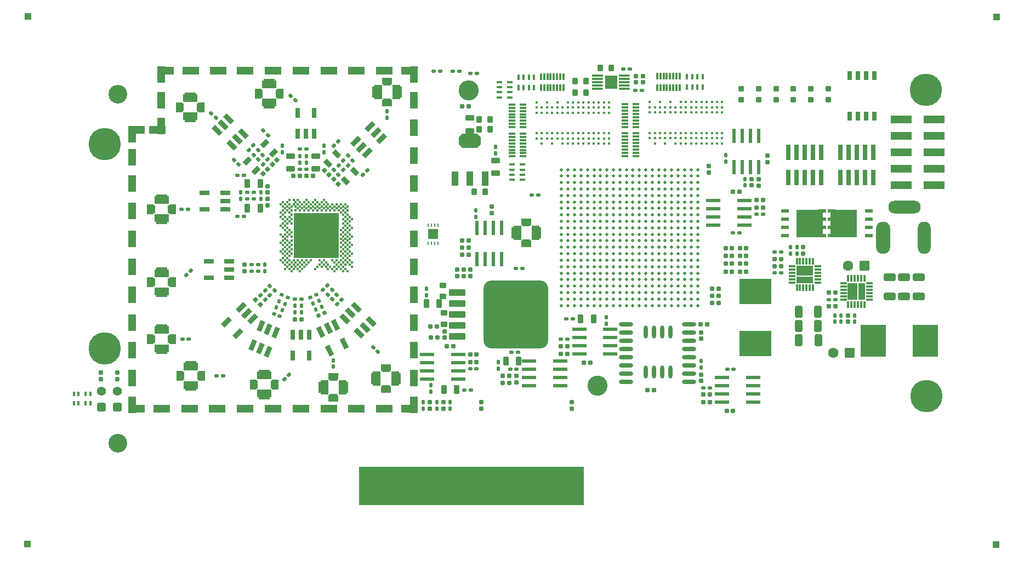
<source format=gts>
G04 Layer_Color=8388736*
%FSLAX44Y44*%
%MOMM*%
G71*
G01*
G75*
G04:AMPARAMS|DCode=18|XSize=0.6mm|YSize=0.6mm|CornerRadius=0.06mm|HoleSize=0mm|Usage=FLASHONLY|Rotation=0.000|XOffset=0mm|YOffset=0mm|HoleType=Round|Shape=RoundedRectangle|*
%AMROUNDEDRECTD18*
21,1,0.6000,0.4800,0,0,0.0*
21,1,0.4800,0.6000,0,0,0.0*
1,1,0.1200,0.2400,-0.2400*
1,1,0.1200,-0.2400,-0.2400*
1,1,0.1200,-0.2400,0.2400*
1,1,0.1200,0.2400,0.2400*
%
%ADD18ROUNDEDRECTD18*%
G04:AMPARAMS|DCode=19|XSize=0.5mm|YSize=0.6mm|CornerRadius=0.05mm|HoleSize=0mm|Usage=FLASHONLY|Rotation=0.000|XOffset=0mm|YOffset=0mm|HoleType=Round|Shape=RoundedRectangle|*
%AMROUNDEDRECTD19*
21,1,0.5000,0.5000,0,0,0.0*
21,1,0.4000,0.6000,0,0,0.0*
1,1,0.1000,0.2000,-0.2500*
1,1,0.1000,-0.2000,-0.2500*
1,1,0.1000,-0.2000,0.2500*
1,1,0.1000,0.2000,0.2500*
%
%ADD19ROUNDEDRECTD19*%
G04:AMPARAMS|DCode=20|XSize=0.6mm|YSize=0.6mm|CornerRadius=0.06mm|HoleSize=0mm|Usage=FLASHONLY|Rotation=270.000|XOffset=0mm|YOffset=0mm|HoleType=Round|Shape=RoundedRectangle|*
%AMROUNDEDRECTD20*
21,1,0.6000,0.4800,0,0,270.0*
21,1,0.4800,0.6000,0,0,270.0*
1,1,0.1200,-0.2400,-0.2400*
1,1,0.1200,-0.2400,0.2400*
1,1,0.1200,0.2400,0.2400*
1,1,0.1200,0.2400,-0.2400*
%
%ADD20ROUNDEDRECTD20*%
G04:AMPARAMS|DCode=21|XSize=0.8mm|YSize=0.8mm|CornerRadius=0.1mm|HoleSize=0mm|Usage=FLASHONLY|Rotation=90.000|XOffset=0mm|YOffset=0mm|HoleType=Round|Shape=RoundedRectangle|*
%AMROUNDEDRECTD21*
21,1,0.8000,0.6000,0,0,90.0*
21,1,0.6000,0.8000,0,0,90.0*
1,1,0.2000,0.3000,0.3000*
1,1,0.2000,0.3000,-0.3000*
1,1,0.2000,-0.3000,-0.3000*
1,1,0.2000,-0.3000,0.3000*
%
%ADD21ROUNDEDRECTD21*%
G04:AMPARAMS|DCode=22|XSize=0.7mm|YSize=0.4mm|CornerRadius=0.05mm|HoleSize=0mm|Usage=FLASHONLY|Rotation=270.000|XOffset=0mm|YOffset=0mm|HoleType=Round|Shape=RoundedRectangle|*
%AMROUNDEDRECTD22*
21,1,0.7000,0.3000,0,0,270.0*
21,1,0.6000,0.4000,0,0,270.0*
1,1,0.1000,-0.1500,-0.3000*
1,1,0.1000,-0.1500,0.3000*
1,1,0.1000,0.1500,0.3000*
1,1,0.1000,0.1500,-0.3000*
%
%ADD22ROUNDEDRECTD22*%
%ADD23R,0.9500X0.4000*%
%ADD26R,0.4000X0.9500*%
%ADD27C,0.4500*%
%ADD28R,0.7500X2.4000*%
G04:AMPARAMS|DCode=29|XSize=0.5mm|YSize=0.6mm|CornerRadius=0.05mm|HoleSize=0mm|Usage=FLASHONLY|Rotation=90.000|XOffset=0mm|YOffset=0mm|HoleType=Round|Shape=RoundedRectangle|*
%AMROUNDEDRECTD29*
21,1,0.5000,0.5000,0,0,90.0*
21,1,0.4000,0.6000,0,0,90.0*
1,1,0.1000,0.2500,0.2000*
1,1,0.1000,0.2500,-0.2000*
1,1,0.1000,-0.2500,-0.2000*
1,1,0.1000,-0.2500,0.2000*
%
%ADD29ROUNDEDRECTD29*%
G04:AMPARAMS|DCode=30|XSize=1.3mm|YSize=0.8mm|CornerRadius=0.1mm|HoleSize=0mm|Usage=FLASHONLY|Rotation=90.000|XOffset=0mm|YOffset=0mm|HoleType=Round|Shape=RoundedRectangle|*
%AMROUNDEDRECTD30*
21,1,1.3000,0.6000,0,0,90.0*
21,1,1.1000,0.8000,0,0,90.0*
1,1,0.2000,0.3000,0.5500*
1,1,0.2000,0.3000,-0.5500*
1,1,0.2000,-0.3000,-0.5500*
1,1,0.2000,-0.3000,0.5500*
%
%ADD30ROUNDEDRECTD30*%
%ADD31R,2.2000X0.5500*%
%ADD36R,0.5500X2.2000*%
G04:AMPARAMS|DCode=37|XSize=1.8mm|YSize=1.15mm|CornerRadius=0.1437mm|HoleSize=0mm|Usage=FLASHONLY|Rotation=0.000|XOffset=0mm|YOffset=0mm|HoleType=Round|Shape=RoundedRectangle|*
%AMROUNDEDRECTD37*
21,1,1.8000,0.8625,0,0,0.0*
21,1,1.5125,1.1500,0,0,0.0*
1,1,0.2875,0.7562,-0.4313*
1,1,0.2875,-0.7562,-0.4313*
1,1,0.2875,-0.7562,0.4313*
1,1,0.2875,0.7562,0.4313*
%
%ADD37ROUNDEDRECTD37*%
G04:AMPARAMS|DCode=38|XSize=1.8mm|YSize=1.15mm|CornerRadius=0.1437mm|HoleSize=0mm|Usage=FLASHONLY|Rotation=270.000|XOffset=0mm|YOffset=0mm|HoleType=Round|Shape=RoundedRectangle|*
%AMROUNDEDRECTD38*
21,1,1.8000,0.8625,0,0,270.0*
21,1,1.5125,1.1500,0,0,270.0*
1,1,0.2875,-0.4313,-0.7562*
1,1,0.2875,-0.4313,0.7562*
1,1,0.2875,0.4313,0.7562*
1,1,0.2875,0.4313,-0.7562*
%
%ADD38ROUNDEDRECTD38*%
%ADD39R,3.2004X1.2700*%
%ADD40R,4.0500X4.3000*%
%ADD41R,1.2000X0.5000*%
%ADD42R,5.0000X4.0000*%
%ADD43O,2.2000X0.6000*%
G04:AMPARAMS|DCode=44|XSize=1mm|YSize=0.9mm|CornerRadius=0.1125mm|HoleSize=0mm|Usage=FLASHONLY|Rotation=0.000|XOffset=0mm|YOffset=0mm|HoleType=Round|Shape=RoundedRectangle|*
%AMROUNDEDRECTD44*
21,1,1.0000,0.6750,0,0,0.0*
21,1,0.7750,0.9000,0,0,0.0*
1,1,0.2250,0.3875,-0.3375*
1,1,0.2250,-0.3875,-0.3375*
1,1,0.2250,-0.3875,0.3375*
1,1,0.2250,0.3875,0.3375*
%
%ADD44ROUNDEDRECTD44*%
G04:AMPARAMS|DCode=45|XSize=1mm|YSize=0.9mm|CornerRadius=0.1125mm|HoleSize=0mm|Usage=FLASHONLY|Rotation=270.000|XOffset=0mm|YOffset=0mm|HoleType=Round|Shape=RoundedRectangle|*
%AMROUNDEDRECTD45*
21,1,1.0000,0.6750,0,0,270.0*
21,1,0.7750,0.9000,0,0,270.0*
1,1,0.2250,-0.3375,-0.3875*
1,1,0.2250,-0.3375,0.3875*
1,1,0.2250,0.3375,0.3875*
1,1,0.2250,0.3375,-0.3875*
%
%ADD45ROUNDEDRECTD45*%
G04:AMPARAMS|DCode=46|XSize=1.3mm|YSize=0.8mm|CornerRadius=0.1mm|HoleSize=0mm|Usage=FLASHONLY|Rotation=180.000|XOffset=0mm|YOffset=0mm|HoleType=Round|Shape=RoundedRectangle|*
%AMROUNDEDRECTD46*
21,1,1.3000,0.6000,0,0,180.0*
21,1,1.1000,0.8000,0,0,180.0*
1,1,0.2000,-0.5500,0.3000*
1,1,0.2000,0.5500,0.3000*
1,1,0.2000,0.5500,-0.3000*
1,1,0.2000,-0.5500,-0.3000*
%
%ADD46ROUNDEDRECTD46*%
%ADD47R,1.0000X2.2000*%
G04:AMPARAMS|DCode=48|XSize=2.2mm|YSize=3.4mm|CornerRadius=0mm|HoleSize=0mm|Usage=FLASHONLY|Rotation=90.000|XOffset=0mm|YOffset=0mm|HoleType=Round|Shape=Octagon|*
%AMOCTAGOND48*
4,1,8,-1.7000,-0.5500,-1.7000,0.5500,-1.1500,1.1000,1.1500,1.1000,1.7000,0.5500,1.7000,-0.5500,1.1500,-1.1000,-1.1500,-1.1000,-1.7000,-0.5500,0.0*
%
%ADD48OCTAGOND48*%

%ADD49R,0.8000X1.4000*%
G04:AMPARAMS|DCode=50|XSize=1.6mm|YSize=1.9mm|CornerRadius=0.2mm|HoleSize=0mm|Usage=FLASHONLY|Rotation=180.000|XOffset=0mm|YOffset=0mm|HoleType=Round|Shape=RoundedRectangle|*
%AMROUNDEDRECTD50*
21,1,1.6000,1.5000,0,0,180.0*
21,1,1.2000,1.9000,0,0,180.0*
1,1,0.4000,-0.6000,0.7500*
1,1,0.4000,0.6000,0.7500*
1,1,0.4000,0.6000,-0.7500*
1,1,0.4000,-0.6000,-0.7500*
%
%ADD50ROUNDEDRECTD50*%
%ADD53R,2.6000X1.3000*%
%ADD54R,1.3000X2.6000*%
%ADD55R,0.2500X0.6250*%
%ADD56R,1.6000X1.6000*%
G04:AMPARAMS|DCode=57|XSize=2.5mm|YSize=1.1mm|CornerRadius=0.1375mm|HoleSize=0mm|Usage=FLASHONLY|Rotation=180.000|XOffset=0mm|YOffset=0mm|HoleType=Round|Shape=RoundedRectangle|*
%AMROUNDEDRECTD57*
21,1,2.5000,0.8250,0,0,180.0*
21,1,2.2250,1.1000,0,0,180.0*
1,1,0.2750,-1.1125,0.4125*
1,1,0.2750,1.1125,0.4125*
1,1,0.2750,1.1125,-0.4125*
1,1,0.2750,-1.1125,-0.4125*
%
%ADD57ROUNDEDRECTD57*%
G04:AMPARAMS|DCode=58|XSize=10mm|YSize=10.5mm|CornerRadius=1.25mm|HoleSize=0mm|Usage=FLASHONLY|Rotation=180.000|XOffset=0mm|YOffset=0mm|HoleType=Round|Shape=RoundedRectangle|*
%AMROUNDEDRECTD58*
21,1,10.0000,8.0000,0,0,180.0*
21,1,7.5000,10.5000,0,0,180.0*
1,1,2.5000,-3.7500,4.0000*
1,1,2.5000,3.7500,4.0000*
1,1,2.5000,3.7500,-4.0000*
1,1,2.5000,-3.7500,-4.0000*
%
%ADD58ROUNDEDRECTD58*%
G04:AMPARAMS|DCode=63|XSize=1.3mm|YSize=0.8mm|CornerRadius=0.1mm|HoleSize=0mm|Usage=FLASHONLY|Rotation=225.000|XOffset=0mm|YOffset=0mm|HoleType=Round|Shape=RoundedRectangle|*
%AMROUNDEDRECTD63*
21,1,1.3000,0.6000,0,0,225.0*
21,1,1.1000,0.8000,0,0,225.0*
1,1,0.2000,-0.6010,-0.1768*
1,1,0.2000,0.1768,0.6010*
1,1,0.2000,0.6010,0.1768*
1,1,0.2000,-0.1768,-0.6010*
%
%ADD63ROUNDEDRECTD63*%
G04:AMPARAMS|DCode=64|XSize=1.3mm|YSize=0.8mm|CornerRadius=0.1mm|HoleSize=0mm|Usage=FLASHONLY|Rotation=135.000|XOffset=0mm|YOffset=0mm|HoleType=Round|Shape=RoundedRectangle|*
%AMROUNDEDRECTD64*
21,1,1.3000,0.6000,0,0,135.0*
21,1,1.1000,0.8000,0,0,135.0*
1,1,0.2000,-0.1768,0.6010*
1,1,0.2000,0.6010,-0.1768*
1,1,0.2000,0.1768,-0.6010*
1,1,0.2000,-0.6010,0.1768*
%
%ADD64ROUNDEDRECTD64*%
G04:AMPARAMS|DCode=65|XSize=0.5mm|YSize=0.6mm|CornerRadius=0.05mm|HoleSize=0mm|Usage=FLASHONLY|Rotation=247.500|XOffset=0mm|YOffset=0mm|HoleType=Round|Shape=RoundedRectangle|*
%AMROUNDEDRECTD65*
21,1,0.5000,0.5000,0,0,247.5*
21,1,0.4000,0.6000,0,0,247.5*
1,1,0.1000,-0.3075,-0.0891*
1,1,0.1000,-0.1544,0.2804*
1,1,0.1000,0.3075,0.0891*
1,1,0.1000,0.1544,-0.2804*
%
%ADD65ROUNDEDRECTD65*%
%ADD68R,4.0000X5.0000*%
G04:AMPARAMS|DCode=69|XSize=0.5mm|YSize=0.6mm|CornerRadius=0.05mm|HoleSize=0mm|Usage=FLASHONLY|Rotation=45.000|XOffset=0mm|YOffset=0mm|HoleType=Round|Shape=RoundedRectangle|*
%AMROUNDEDRECTD69*
21,1,0.5000,0.5000,0,0,45.0*
21,1,0.4000,0.6000,0,0,45.0*
1,1,0.1000,0.3182,-0.0354*
1,1,0.1000,0.0354,-0.3182*
1,1,0.1000,-0.3182,0.0354*
1,1,0.1000,-0.0354,0.3182*
%
%ADD69ROUNDEDRECTD69*%
%ADD74R,0.9960X0.9960*%
G04:AMPARAMS|DCode=75|XSize=0.5mm|YSize=0.6mm|CornerRadius=0.05mm|HoleSize=0mm|Usage=FLASHONLY|Rotation=315.000|XOffset=0mm|YOffset=0mm|HoleType=Round|Shape=RoundedRectangle|*
%AMROUNDEDRECTD75*
21,1,0.5000,0.5000,0,0,315.0*
21,1,0.4000,0.6000,0,0,315.0*
1,1,0.1000,-0.0354,-0.3182*
1,1,0.1000,-0.3182,-0.0354*
1,1,0.1000,0.0354,0.3182*
1,1,0.1000,0.3182,0.0354*
%
%ADD75ROUNDEDRECTD75*%
G04:AMPARAMS|DCode=76|XSize=0.5mm|YSize=0.6mm|CornerRadius=0.05mm|HoleSize=0mm|Usage=FLASHONLY|Rotation=157.500|XOffset=0mm|YOffset=0mm|HoleType=Round|Shape=RoundedRectangle|*
%AMROUNDEDRECTD76*
21,1,0.5000,0.5000,0,0,157.5*
21,1,0.4000,0.6000,0,0,157.5*
1,1,0.1000,-0.0891,0.3075*
1,1,0.1000,0.2804,0.1544*
1,1,0.1000,0.0891,-0.3075*
1,1,0.1000,-0.2804,-0.1544*
%
%ADD76ROUNDEDRECTD76*%
G04:AMPARAMS|DCode=77|XSize=0.76mm|YSize=1.65mm|CornerRadius=0mm|HoleSize=0mm|Usage=FLASHONLY|Rotation=135.000|XOffset=0mm|YOffset=0mm|HoleType=Round|Shape=Rectangle|*
%AMROTATEDRECTD77*
4,1,4,0.8521,0.3147,-0.3147,-0.8521,-0.8521,-0.3147,0.3147,0.8521,0.8521,0.3147,0.0*
%
%ADD77ROTATEDRECTD77*%

G04:AMPARAMS|DCode=78|XSize=0.6mm|YSize=0.6mm|CornerRadius=0.06mm|HoleSize=0mm|Usage=FLASHONLY|Rotation=45.000|XOffset=0mm|YOffset=0mm|HoleType=Round|Shape=RoundedRectangle|*
%AMROUNDEDRECTD78*
21,1,0.6000,0.4800,0,0,45.0*
21,1,0.4800,0.6000,0,0,45.0*
1,1,0.1200,0.3394,0.0000*
1,1,0.1200,0.0000,-0.3394*
1,1,0.1200,-0.3394,0.0000*
1,1,0.1200,0.0000,0.3394*
%
%ADD78ROUNDEDRECTD78*%
G04:AMPARAMS|DCode=79|XSize=0.5mm|YSize=0.6mm|CornerRadius=0.05mm|HoleSize=0mm|Usage=FLASHONLY|Rotation=205.000|XOffset=0mm|YOffset=0mm|HoleType=Round|Shape=RoundedRectangle|*
%AMROUNDEDRECTD79*
21,1,0.5000,0.5000,0,0,205.0*
21,1,0.4000,0.6000,0,0,205.0*
1,1,0.1000,-0.2869,0.1421*
1,1,0.1000,0.0756,0.3111*
1,1,0.1000,0.2869,-0.1421*
1,1,0.1000,-0.0756,-0.3111*
%
%ADD79ROUNDEDRECTD79*%
G04:AMPARAMS|DCode=80|XSize=0.5mm|YSize=0.6mm|CornerRadius=0.05mm|HoleSize=0mm|Usage=FLASHONLY|Rotation=295.000|XOffset=0mm|YOffset=0mm|HoleType=Round|Shape=RoundedRectangle|*
%AMROUNDEDRECTD80*
21,1,0.5000,0.5000,0,0,295.0*
21,1,0.4000,0.6000,0,0,295.0*
1,1,0.1000,-0.1421,-0.2869*
1,1,0.1000,-0.3111,0.0756*
1,1,0.1000,0.1421,0.2869*
1,1,0.1000,0.3111,-0.0756*
%
%ADD80ROUNDEDRECTD80*%
G04:AMPARAMS|DCode=81|XSize=0.6mm|YSize=0.6mm|CornerRadius=0.06mm|HoleSize=0mm|Usage=FLASHONLY|Rotation=135.000|XOffset=0mm|YOffset=0mm|HoleType=Round|Shape=RoundedRectangle|*
%AMROUNDEDRECTD81*
21,1,0.6000,0.4800,0,0,135.0*
21,1,0.4800,0.6000,0,0,135.0*
1,1,0.1200,0.0000,0.3394*
1,1,0.1200,0.3394,0.0000*
1,1,0.1200,0.0000,-0.3394*
1,1,0.1200,-0.3394,0.0000*
%
%ADD81ROUNDEDRECTD81*%
G04:AMPARAMS|DCode=82|XSize=0.6mm|YSize=0.6mm|CornerRadius=0.06mm|HoleSize=0mm|Usage=FLASHONLY|Rotation=295.000|XOffset=0mm|YOffset=0mm|HoleType=Round|Shape=RoundedRectangle|*
%AMROUNDEDRECTD82*
21,1,0.6000,0.4800,0,0,295.0*
21,1,0.4800,0.6000,0,0,295.0*
1,1,0.1200,-0.1161,-0.3189*
1,1,0.1200,-0.3189,0.1161*
1,1,0.1200,0.1161,0.3189*
1,1,0.1200,0.3189,-0.1161*
%
%ADD82ROUNDEDRECTD82*%
G04:AMPARAMS|DCode=83|XSize=0.76mm|YSize=1.65mm|CornerRadius=0mm|HoleSize=0mm|Usage=FLASHONLY|Rotation=225.000|XOffset=0mm|YOffset=0mm|HoleType=Round|Shape=Rectangle|*
%AMROTATEDRECTD83*
4,1,4,-0.3147,0.8521,0.8521,-0.3147,0.3147,-0.8521,-0.8521,0.3147,-0.3147,0.8521,0.0*
%
%ADD83ROTATEDRECTD83*%

%ADD84R,0.7600X1.6500*%
G04:AMPARAMS|DCode=85|XSize=0.76mm|YSize=1.65mm|CornerRadius=0mm|HoleSize=0mm|Usage=FLASHONLY|Rotation=337.500|XOffset=0mm|YOffset=0mm|HoleType=Round|Shape=Rectangle|*
%AMROTATEDRECTD85*
4,1,4,-0.6668,-0.6168,-0.0354,0.9076,0.6668,0.6168,0.0354,-0.9076,-0.6668,-0.6168,0.0*
%
%ADD85ROTATEDRECTD85*%

G04:AMPARAMS|DCode=86|XSize=0.76mm|YSize=1.65mm|CornerRadius=0mm|HoleSize=0mm|Usage=FLASHONLY|Rotation=205.000|XOffset=0mm|YOffset=0mm|HoleType=Round|Shape=Rectangle|*
%AMROTATEDRECTD86*
4,1,4,-0.0043,0.9083,0.6931,-0.5871,0.0043,-0.9083,-0.6931,0.5871,-0.0043,0.9083,0.0*
%
%ADD86ROTATEDRECTD86*%

%ADD87R,1.6500X0.7600*%
%ADD90R,0.9960X0.9960*%
%ADD91R,0.7000X4.2000*%
%ADD92R,0.7000X3.2000*%
%ADD93C,0.5000*%
%ADD94O,0.6000X2.0000*%
%ADD106R,7.0000X7.0000*%
%ADD107C,3.1000*%
%ADD108C,5.0000*%
G04:AMPARAMS|DCode=110|XSize=1.524mm|YSize=1.524mm|CornerRadius=0.1905mm|HoleSize=0mm|Usage=FLASHONLY|Rotation=270.000|XOffset=0mm|YOffset=0mm|HoleType=Round|Shape=RoundedRectangle|*
%AMROUNDEDRECTD110*
21,1,1.5240,1.1430,0,0,270.0*
21,1,1.1430,1.5240,0,0,270.0*
1,1,0.3810,-0.5715,-0.5715*
1,1,0.3810,-0.5715,0.5715*
1,1,0.3810,0.5715,0.5715*
1,1,0.3810,0.5715,-0.5715*
%
%ADD110ROUNDEDRECTD110*%
%ADD111C,1.6000*%
%ADD112O,5.0000X2.0000*%
%ADD113O,2.2000X5.0000*%
%ADD114O,2.0000X5.0000*%
%ADD115C,1.4000*%
G04:AMPARAMS|DCode=116|XSize=1.4mm|YSize=1.4mm|CornerRadius=0.35mm|HoleSize=0mm|Usage=FLASHONLY|Rotation=90.000|XOffset=0mm|YOffset=0mm|HoleType=Round|Shape=RoundedRectangle|*
%AMROUNDEDRECTD116*
21,1,1.4000,0.7000,0,0,90.0*
21,1,0.7000,1.4000,0,0,90.0*
1,1,0.7000,0.3500,0.3500*
1,1,0.7000,0.3500,-0.3500*
1,1,0.7000,-0.3500,-0.3500*
1,1,0.7000,-0.3500,0.3500*
%
%ADD116ROUNDEDRECTD116*%
%ADD117C,0.6604*%
%ADD118C,2.8800*%
%ADD163R,1.8500X2.1500*%
%ADD164R,34.8000X5.9750*%
%ADD165R,1.0500X0.4500*%
%ADD166R,0.4500X1.0500*%
%ADD167R,1.6500X1.1000*%
%ADD168R,1.3000X1.7000*%
%ADD169R,1.3000X1.3000*%
%ADD170R,1.3000X2.2500*%
%ADD171O,1.7000X0.4000*%
G04:AMPARAMS|DCode=172|XSize=1.7mm|YSize=0.4mm|CornerRadius=0.0875mm|HoleSize=0mm|Usage=FLASHONLY|Rotation=0.000|XOffset=0mm|YOffset=0mm|HoleType=Round|Shape=RoundedRectangle|*
%AMROUNDEDRECTD172*
21,1,1.7000,0.2250,0,0,0.0*
21,1,1.5250,0.4000,0,0,0.0*
1,1,0.1750,0.7625,-0.1125*
1,1,0.1750,-0.7625,-0.1125*
1,1,0.1750,-0.7625,0.1125*
1,1,0.1750,0.7625,0.1125*
%
%ADD172ROUNDEDRECTD172*%
%ADD173R,1.0000X2.6500*%
%ADD174R,1.5000X2.6500*%
%ADD175R,1.1000X0.3500*%
%ADD176R,0.3500X1.1000*%
%ADD177R,2.6500X1.0000*%
%ADD178R,2.6500X1.5000*%
%ADD179R,1.1000X1.6500*%
%ADD180R,1.7000X1.3000*%
%ADD181R,1.3000X1.3000*%
%ADD182R,2.2500X1.3000*%
%ADD183C,0.4300*%
D18*
X74500Y202250D02*
D03*
Y192250D02*
D03*
X49250Y202250D02*
D03*
Y192250D02*
D03*
X988000Y521250D02*
D03*
Y511250D02*
D03*
X609250Y361500D02*
D03*
Y351500D02*
D03*
X1054285Y491535D02*
D03*
Y501535D02*
D03*
X1065260Y491440D02*
D03*
Y501440D02*
D03*
X652250Y448750D02*
D03*
Y458750D02*
D03*
X776500Y156500D02*
D03*
Y146500D02*
D03*
X557000D02*
D03*
Y156500D02*
D03*
X599500Y361500D02*
D03*
Y351500D02*
D03*
X578000Y146500D02*
D03*
Y156500D02*
D03*
X636500Y156500D02*
D03*
Y146500D02*
D03*
X1133750Y396500D02*
D03*
Y386500D02*
D03*
X1078285Y537285D02*
D03*
Y527285D02*
D03*
X976250Y264500D02*
D03*
Y254500D02*
D03*
X976000Y189250D02*
D03*
Y199250D02*
D03*
X690750Y197000D02*
D03*
Y187000D02*
D03*
X579500Y256250D02*
D03*
Y266250D02*
D03*
X1202744Y290756D02*
D03*
Y280756D02*
D03*
X306296Y460523D02*
D03*
Y470523D02*
D03*
X306296Y490523D02*
D03*
Y480523D02*
D03*
X270710Y359213D02*
D03*
Y369213D02*
D03*
X875250Y650750D02*
D03*
Y660750D02*
D03*
X886250Y650750D02*
D03*
Y660750D02*
D03*
X619250Y361500D02*
D03*
Y351500D02*
D03*
D19*
X567500Y146500D02*
D03*
Y156500D02*
D03*
X546500Y146500D02*
D03*
Y156500D02*
D03*
X1043785Y491535D02*
D03*
Y501535D02*
D03*
X628000Y453000D02*
D03*
Y443000D02*
D03*
X588500Y146500D02*
D03*
Y156500D02*
D03*
X1013760Y538690D02*
D03*
Y528690D02*
D03*
X1192289Y280744D02*
D03*
X1192289Y290744D02*
D03*
X1182289Y280744D02*
D03*
Y290744D02*
D03*
X976000Y220250D02*
D03*
Y210250D02*
D03*
X662750Y218250D02*
D03*
Y208250D02*
D03*
X551500Y332000D02*
D03*
Y322000D02*
D03*
X558500Y173000D02*
D03*
Y183000D02*
D03*
X658900Y541250D02*
D03*
Y551250D02*
D03*
X1113750Y396500D02*
D03*
Y386500D02*
D03*
X829745Y288115D02*
D03*
Y278115D02*
D03*
X264796Y470523D02*
D03*
Y480523D02*
D03*
X1213244Y290756D02*
D03*
Y280756D02*
D03*
X1123750Y386500D02*
D03*
Y396500D02*
D03*
X491000Y606000D02*
D03*
Y596000D02*
D03*
X393594Y552633D02*
D03*
Y542633D02*
D03*
X366445Y536911D02*
D03*
Y526911D02*
D03*
X348990Y295326D02*
D03*
Y305326D02*
D03*
X358990Y295326D02*
D03*
Y305326D02*
D03*
X295904Y470527D02*
D03*
Y480527D02*
D03*
X356445Y526911D02*
D03*
Y536911D02*
D03*
X329454Y552649D02*
D03*
Y542649D02*
D03*
X408000Y211250D02*
D03*
X408000Y221250D02*
D03*
X302309Y359372D02*
D03*
Y369372D02*
D03*
D20*
X993000Y332000D02*
D03*
X1003000D02*
D03*
X993000Y321000D02*
D03*
X1003000D02*
D03*
X993000Y310000D02*
D03*
X1003000D02*
D03*
X616750Y406750D02*
D03*
X606750D02*
D03*
X616750Y395750D02*
D03*
X606750D02*
D03*
X616750Y384500D02*
D03*
X606750D02*
D03*
X629255Y230385D02*
D03*
X619255D02*
D03*
X629250Y218750D02*
D03*
X619250D02*
D03*
X979375Y168375D02*
D03*
X989375D02*
D03*
X1025375Y143375D02*
D03*
X1015375D02*
D03*
X979280Y156900D02*
D03*
X989280D02*
D03*
X1071255Y468635D02*
D03*
X1061255D02*
D03*
X1071255Y456885D02*
D03*
X1061255D02*
D03*
X1025255Y481635D02*
D03*
X1035255D02*
D03*
X893000Y175000D02*
D03*
X903000D02*
D03*
X975350Y277000D02*
D03*
X985350D02*
D03*
X679750Y186000D02*
D03*
X669750D02*
D03*
Y197000D02*
D03*
X679750D02*
D03*
X558500Y256250D02*
D03*
X568500D02*
D03*
X557500Y273250D02*
D03*
X567500D02*
D03*
X583255Y243385D02*
D03*
X593255D02*
D03*
X607100Y613750D02*
D03*
X617100D02*
D03*
X1099250Y378000D02*
D03*
X1089250D02*
D03*
X1013750Y394500D02*
D03*
X1023750D02*
D03*
X1035750D02*
D03*
X1045750D02*
D03*
X1013750Y382500D02*
D03*
X1023750D02*
D03*
X1035750D02*
D03*
X1045750D02*
D03*
X1013750Y358500D02*
D03*
X1023750D02*
D03*
X1035750D02*
D03*
X1045750D02*
D03*
X1035750Y370500D02*
D03*
X1045750D02*
D03*
X1013750D02*
D03*
X1023750D02*
D03*
X758995Y242865D02*
D03*
X768995D02*
D03*
X804995Y217865D02*
D03*
X794995D02*
D03*
X758995Y230865D02*
D03*
X768995D02*
D03*
X1183244Y304756D02*
D03*
X1173244D02*
D03*
X1173244Y325756D02*
D03*
X1183244D02*
D03*
X1089250Y367000D02*
D03*
X1099250Y367000D02*
D03*
X346445Y505911D02*
D03*
X356445D02*
D03*
X348990Y284826D02*
D03*
X358990D02*
D03*
X376445Y505911D02*
D03*
X366445D02*
D03*
D21*
X1037750Y641250D02*
D03*
Y624250D02*
D03*
X1064750Y641250D02*
D03*
Y624250D02*
D03*
X1145051Y641250D02*
D03*
Y624250D02*
D03*
X1172050Y641250D02*
D03*
Y624250D02*
D03*
X1091551Y641250D02*
D03*
Y624250D02*
D03*
X1118000Y641250D02*
D03*
Y624250D02*
D03*
D22*
X32500Y169000D02*
D03*
Y155000D02*
D03*
X25500Y155000D02*
D03*
Y169000D02*
D03*
X14000Y169000D02*
D03*
X14000Y155000D02*
D03*
X7000Y155000D02*
D03*
Y169000D02*
D03*
D23*
X683750Y524000D02*
D03*
Y516000D02*
D03*
Y508000D02*
D03*
X683750Y500000D02*
D03*
X699750Y524000D02*
D03*
Y516000D02*
D03*
X699750Y508000D02*
D03*
Y500000D02*
D03*
X680250Y627500D02*
D03*
Y635500D02*
D03*
Y643500D02*
D03*
X680250Y651500D02*
D03*
X664250Y627500D02*
D03*
Y635500D02*
D03*
Y643500D02*
D03*
Y651500D02*
D03*
D26*
X717750Y658750D02*
D03*
X709750D02*
D03*
X701750D02*
D03*
X693750Y658750D02*
D03*
X717750Y642750D02*
D03*
X709750D02*
D03*
X701750D02*
D03*
X693750Y642750D02*
D03*
X978250Y659500D02*
D03*
X970250D02*
D03*
X962250D02*
D03*
X954250Y659500D02*
D03*
X978250Y643500D02*
D03*
X970250D02*
D03*
X962250D02*
D03*
X954250Y643500D02*
D03*
D27*
X1008500Y620500D02*
D03*
Y612500D02*
D03*
Y604500D02*
D03*
Y572500D02*
D03*
Y564500D02*
D03*
Y556500D02*
D03*
X1000500Y620500D02*
D03*
Y612500D02*
D03*
Y604500D02*
D03*
Y572500D02*
D03*
X1000500Y564500D02*
D03*
Y556500D02*
D03*
X992500Y620500D02*
D03*
Y612500D02*
D03*
Y604500D02*
D03*
Y572500D02*
D03*
Y564500D02*
D03*
Y556500D02*
D03*
X984500Y620500D02*
D03*
Y612500D02*
D03*
Y604500D02*
D03*
Y572500D02*
D03*
Y564500D02*
D03*
Y556500D02*
D03*
X976500Y620500D02*
D03*
Y612500D02*
D03*
Y604500D02*
D03*
Y572500D02*
D03*
Y564500D02*
D03*
Y556500D02*
D03*
X968500Y620500D02*
D03*
Y612500D02*
D03*
X968500Y604500D02*
D03*
X968500Y572500D02*
D03*
X968500Y564500D02*
D03*
Y556500D02*
D03*
X960500Y620500D02*
D03*
Y612500D02*
D03*
Y604500D02*
D03*
Y572500D02*
D03*
X960500Y564500D02*
D03*
Y556500D02*
D03*
X952500Y620500D02*
D03*
Y612500D02*
D03*
Y604500D02*
D03*
Y572500D02*
D03*
Y564500D02*
D03*
Y556500D02*
D03*
X944500Y620500D02*
D03*
Y612500D02*
D03*
Y604500D02*
D03*
Y572500D02*
D03*
Y564500D02*
D03*
Y556500D02*
D03*
X936500Y612500D02*
D03*
Y604500D02*
D03*
Y572500D02*
D03*
Y564500D02*
D03*
Y556500D02*
D03*
X928500Y620500D02*
D03*
Y612500D02*
D03*
Y604500D02*
D03*
Y572500D02*
D03*
Y564500D02*
D03*
X920500Y612500D02*
D03*
Y604500D02*
D03*
Y572500D02*
D03*
Y564500D02*
D03*
Y556500D02*
D03*
X912500Y620500D02*
D03*
Y612500D02*
D03*
X912500Y604500D02*
D03*
X912500Y572500D02*
D03*
X912500Y564500D02*
D03*
X904500Y612500D02*
D03*
Y604500D02*
D03*
Y572500D02*
D03*
Y564500D02*
D03*
Y556500D02*
D03*
X896500Y620500D02*
D03*
Y612500D02*
D03*
Y604500D02*
D03*
Y572500D02*
D03*
Y564500D02*
D03*
X722000Y564000D02*
D03*
Y572000D02*
D03*
Y604000D02*
D03*
Y612000D02*
D03*
Y620000D02*
D03*
X730000Y556000D02*
D03*
Y564000D02*
D03*
Y572000D02*
D03*
Y604000D02*
D03*
Y612000D02*
D03*
X738000Y564000D02*
D03*
Y572000D02*
D03*
Y604000D02*
D03*
Y612000D02*
D03*
Y620000D02*
D03*
X746000Y556000D02*
D03*
Y564000D02*
D03*
Y572000D02*
D03*
Y604000D02*
D03*
Y612000D02*
D03*
X754000Y564000D02*
D03*
Y572000D02*
D03*
Y604000D02*
D03*
Y612000D02*
D03*
Y620000D02*
D03*
X762000Y556000D02*
D03*
Y564000D02*
D03*
Y572000D02*
D03*
Y604000D02*
D03*
Y612000D02*
D03*
X770000Y556000D02*
D03*
Y564000D02*
D03*
Y572000D02*
D03*
Y604000D02*
D03*
Y612000D02*
D03*
Y620000D02*
D03*
X778000Y556000D02*
D03*
Y564000D02*
D03*
Y572000D02*
D03*
Y604000D02*
D03*
Y612000D02*
D03*
Y620000D02*
D03*
X786000Y556000D02*
D03*
Y564000D02*
D03*
Y572000D02*
D03*
Y604000D02*
D03*
Y612000D02*
D03*
Y620000D02*
D03*
X794000Y556000D02*
D03*
Y564000D02*
D03*
Y572000D02*
D03*
Y604000D02*
D03*
Y612000D02*
D03*
Y620000D02*
D03*
X802000Y556000D02*
D03*
Y564000D02*
D03*
Y572000D02*
D03*
Y604000D02*
D03*
Y612000D02*
D03*
Y620000D02*
D03*
X810000Y556000D02*
D03*
Y564000D02*
D03*
Y572000D02*
D03*
Y604000D02*
D03*
Y612000D02*
D03*
Y620000D02*
D03*
X818000Y556000D02*
D03*
Y564000D02*
D03*
Y572000D02*
D03*
Y604000D02*
D03*
Y612000D02*
D03*
Y620000D02*
D03*
X826000Y556000D02*
D03*
Y564000D02*
D03*
Y572000D02*
D03*
Y604000D02*
D03*
Y612000D02*
D03*
Y620000D02*
D03*
X834000Y556000D02*
D03*
Y564000D02*
D03*
Y572000D02*
D03*
Y604000D02*
D03*
Y612000D02*
D03*
Y620000D02*
D03*
D28*
X1242000Y542750D02*
D03*
X1242000Y503750D02*
D03*
X1229250Y542750D02*
D03*
X1229250Y503750D02*
D03*
X1216500Y542750D02*
D03*
Y503750D02*
D03*
X1203750Y542750D02*
D03*
Y503750D02*
D03*
X1191000Y542750D02*
D03*
X1191000Y503750D02*
D03*
X1161500Y543000D02*
D03*
X1161500Y504000D02*
D03*
X1148750Y543000D02*
D03*
X1148750Y504000D02*
D03*
X1136000Y543000D02*
D03*
X1136000Y504000D02*
D03*
X1123250Y543000D02*
D03*
Y504000D02*
D03*
X1110500Y543000D02*
D03*
X1110500Y504000D02*
D03*
D29*
X693250Y233750D02*
D03*
X683250D02*
D03*
X777745Y285615D02*
D03*
X767745D02*
D03*
X979375Y178625D02*
D03*
X989375D02*
D03*
X1026280Y207150D02*
D03*
X1016280D02*
D03*
X1024900Y417890D02*
D03*
X1034900D02*
D03*
X1071255Y446635D02*
D03*
X1061255D02*
D03*
X691000Y207500D02*
D03*
X681000D02*
D03*
X610505Y175635D02*
D03*
X620505D02*
D03*
X619250Y208250D02*
D03*
X629250D02*
D03*
X1099250Y388500D02*
D03*
X1089250Y388500D02*
D03*
X768995Y254115D02*
D03*
X758995D02*
D03*
X275296Y480523D02*
D03*
X285296D02*
D03*
X285296Y470523D02*
D03*
X275296D02*
D03*
X1183244Y315256D02*
D03*
X1173244Y315256D02*
D03*
X1099250Y356500D02*
D03*
X1089250D02*
D03*
X227750Y197250D02*
D03*
X237750Y197250D02*
D03*
X259576Y443590D02*
D03*
X269576D02*
D03*
X348990Y315826D02*
D03*
X358990D02*
D03*
X356445Y516411D02*
D03*
X366445D02*
D03*
X174750Y254000D02*
D03*
X184750D02*
D03*
X281809Y359372D02*
D03*
X291809D02*
D03*
X281813Y369263D02*
D03*
X291813D02*
D03*
X356445Y547411D02*
D03*
X366445D02*
D03*
X259594Y507383D02*
D03*
X269594D02*
D03*
X173500Y454750D02*
D03*
X183500D02*
D03*
X866000Y671500D02*
D03*
X856000D02*
D03*
X874750Y638500D02*
D03*
X884750D02*
D03*
X572750Y668250D02*
D03*
X562750D02*
D03*
X592750Y668250D02*
D03*
X602750D02*
D03*
X700000Y363500D02*
D03*
X690000D02*
D03*
X724500Y477000D02*
D03*
X714500D02*
D03*
X629476Y664765D02*
D03*
X619476D02*
D03*
D30*
X674250Y220250D02*
D03*
X694250D02*
D03*
X551500Y309000D02*
D03*
X571500D02*
D03*
X578505Y175885D02*
D03*
X598505D02*
D03*
X809745Y285365D02*
D03*
X789745D02*
D03*
X275197Y494620D02*
D03*
X295197D02*
D03*
X275204Y456170D02*
D03*
X295204D02*
D03*
D31*
X710000Y220050D02*
D03*
Y207350D02*
D03*
Y194650D02*
D03*
Y181950D02*
D03*
X758000Y220050D02*
D03*
Y207350D02*
D03*
Y194650D02*
D03*
Y181950D02*
D03*
X1008130Y194560D02*
D03*
Y181860D02*
D03*
Y169160D02*
D03*
Y156460D02*
D03*
X1056130Y194560D02*
D03*
Y181860D02*
D03*
Y169160D02*
D03*
Y156460D02*
D03*
X1042500Y430450D02*
D03*
Y443150D02*
D03*
Y455850D02*
D03*
Y468550D02*
D03*
X994500Y430450D02*
D03*
Y443150D02*
D03*
Y455850D02*
D03*
Y468550D02*
D03*
X600500Y192200D02*
D03*
Y204900D02*
D03*
X600500Y217600D02*
D03*
X600500Y230300D02*
D03*
X552500Y192200D02*
D03*
Y204900D02*
D03*
Y217600D02*
D03*
Y230300D02*
D03*
X835750Y230950D02*
D03*
X835750Y243650D02*
D03*
X835750Y256350D02*
D03*
Y269050D02*
D03*
X787750Y230950D02*
D03*
Y243650D02*
D03*
Y256350D02*
D03*
Y269050D02*
D03*
D36*
X1027100Y520040D02*
D03*
X1039800D02*
D03*
X1052500D02*
D03*
X1065200D02*
D03*
X1027100Y568040D02*
D03*
X1039800Y568040D02*
D03*
X1052500D02*
D03*
X1065200Y568040D02*
D03*
X667550Y425500D02*
D03*
X654850D02*
D03*
X642150D02*
D03*
X629450D02*
D03*
X667550Y377500D02*
D03*
X654850D02*
D03*
X642150D02*
D03*
X629450D02*
D03*
D37*
X1311789Y349744D02*
D03*
Y319744D02*
D03*
X1289528Y319699D02*
D03*
Y349699D02*
D03*
X1266994Y319756D02*
D03*
Y349756D02*
D03*
D38*
X1126500Y296750D02*
D03*
X1156500D02*
D03*
X1126434Y274620D02*
D03*
X1156434D02*
D03*
X1156750Y252250D02*
D03*
X1126750D02*
D03*
D39*
X1285000Y593357D02*
D03*
X1336000D02*
D03*
X1285000Y567929D02*
D03*
X1336000Y567929D02*
D03*
X1285000Y542500D02*
D03*
X1336000D02*
D03*
X1285000Y517071D02*
D03*
X1336000Y517071D02*
D03*
X1285000Y491643D02*
D03*
X1336000D02*
D03*
D40*
X1196500Y432750D02*
D03*
X1144000D02*
D03*
D41*
X1177800Y451800D02*
D03*
Y439100D02*
D03*
Y426400D02*
D03*
Y413700D02*
D03*
X1235200Y451800D02*
D03*
Y439100D02*
D03*
Y426400D02*
D03*
Y413700D02*
D03*
X1162700D02*
D03*
Y426400D02*
D03*
Y439100D02*
D03*
Y451800D02*
D03*
X1105300Y413700D02*
D03*
Y426400D02*
D03*
Y439100D02*
D03*
Y451800D02*
D03*
D42*
X1059872Y327870D02*
D03*
Y247370D02*
D03*
D43*
X957250Y188300D02*
D03*
Y201000D02*
D03*
X957250Y213700D02*
D03*
X957250Y226400D02*
D03*
Y239100D02*
D03*
X957250Y251800D02*
D03*
X957250Y264500D02*
D03*
X860250Y188300D02*
D03*
Y201000D02*
D03*
X860250Y213700D02*
D03*
X860250Y226400D02*
D03*
Y239100D02*
D03*
X860250Y251800D02*
D03*
X860250Y264500D02*
D03*
X957250Y277200D02*
D03*
X860250D02*
D03*
D44*
X579250Y294250D02*
D03*
Y277250D02*
D03*
X577250Y337000D02*
D03*
X577250Y320000D02*
D03*
D45*
X650150Y593750D02*
D03*
X633150D02*
D03*
X650150Y578500D02*
D03*
X633150D02*
D03*
X642400Y481500D02*
D03*
X625400D02*
D03*
X781250Y635250D02*
D03*
X798250D02*
D03*
X781250Y652500D02*
D03*
X798250D02*
D03*
X820500Y673000D02*
D03*
X837500D02*
D03*
D46*
X618900Y575750D02*
D03*
Y595750D02*
D03*
X658900Y530250D02*
D03*
Y510250D02*
D03*
X380650Y537014D02*
D03*
Y517014D02*
D03*
X342200Y537007D02*
D03*
Y517007D02*
D03*
D47*
X596000Y502360D02*
D03*
X619000Y502360D02*
D03*
X642000Y502360D02*
D03*
D48*
X619000Y560360D02*
D03*
D49*
X1243350Y661250D02*
D03*
X1230650D02*
D03*
X1217950D02*
D03*
X1205250D02*
D03*
Y598250D02*
D03*
X1217950D02*
D03*
X1230650D02*
D03*
X1243350D02*
D03*
D50*
X836750Y651250D02*
D03*
D53*
X135749Y577249D02*
D03*
X148749Y669250D02*
D03*
X187750Y669250D02*
D03*
X229750D02*
D03*
X400750D02*
D03*
X443750D02*
D03*
X486749D02*
D03*
X357749D02*
D03*
X314750D02*
D03*
X271749D02*
D03*
X103749Y577251D02*
D03*
X103749Y146250D02*
D03*
X142750Y146250D02*
D03*
X185750D02*
D03*
X228750D02*
D03*
X271750D02*
D03*
X314750D02*
D03*
X357750D02*
D03*
X486749D02*
D03*
X443750D02*
D03*
X400750D02*
D03*
X525750Y146250D02*
D03*
X525750Y669250D02*
D03*
D54*
X142249Y583749D02*
D03*
X142249Y623250D02*
D03*
X142249Y662750D02*
D03*
X97249Y570751D02*
D03*
X97249Y534751D02*
D03*
X97249Y494750D02*
D03*
Y451750D02*
D03*
Y408750D02*
D03*
Y365750D02*
D03*
Y322750D02*
D03*
Y193750D02*
D03*
Y236750D02*
D03*
Y279750D02*
D03*
X97249Y152750D02*
D03*
X532250Y279750D02*
D03*
Y236750D02*
D03*
Y193750D02*
D03*
X532250Y152750D02*
D03*
X532250Y322750D02*
D03*
Y365750D02*
D03*
Y408750D02*
D03*
Y451750D02*
D03*
Y494750D02*
D03*
Y537750D02*
D03*
Y580750D02*
D03*
Y622750D02*
D03*
Y662750D02*
D03*
D55*
X554500Y430250D02*
D03*
X559500D02*
D03*
X564500D02*
D03*
X569500D02*
D03*
Y402250D02*
D03*
X564500D02*
D03*
X559500D02*
D03*
X554500D02*
D03*
D56*
X562000Y416250D02*
D03*
D57*
X598860Y275100D02*
D03*
X598860Y292150D02*
D03*
X598860Y309200D02*
D03*
X598860Y326250D02*
D03*
Y258050D02*
D03*
D58*
X689860Y292150D02*
D03*
D63*
X274627Y528759D02*
D03*
X288769Y514617D02*
D03*
X301810Y555953D02*
D03*
X315952Y541811D02*
D03*
D64*
X413312Y539966D02*
D03*
X399170Y525824D02*
D03*
X440506Y512783D02*
D03*
X426364Y498641D02*
D03*
D65*
X337360Y318595D02*
D03*
X328121Y322421D02*
D03*
X325305Y289492D02*
D03*
X316066Y293319D02*
D03*
D68*
X1241789Y251494D02*
D03*
X1322289Y251494D02*
D03*
D69*
X219464Y603036D02*
D03*
X226535Y595965D02*
D03*
X341964Y630285D02*
D03*
X349035Y623214D02*
D03*
X254523Y530954D02*
D03*
X261594Y523883D02*
D03*
X299773Y576204D02*
D03*
X306844Y569133D02*
D03*
X291834Y545944D02*
D03*
X298905Y538873D02*
D03*
X284763Y538873D02*
D03*
X291834Y531802D02*
D03*
X413291Y322777D02*
D03*
X406220Y329848D02*
D03*
X316970Y329303D02*
D03*
X309899Y336374D02*
D03*
X406220Y315706D02*
D03*
X399149Y322777D02*
D03*
X476618Y234418D02*
D03*
X469547Y241489D02*
D03*
X437813Y530179D02*
D03*
X430742Y537250D02*
D03*
X408821Y515330D02*
D03*
X415892Y508259D02*
D03*
D74*
X1431500Y-63260D02*
D03*
X-63500Y752760D02*
D03*
D75*
X415380Y559919D02*
D03*
X408309Y552848D02*
D03*
X299259Y524377D02*
D03*
X306330Y531448D02*
D03*
X430388Y522754D02*
D03*
X423317Y515683D02*
D03*
X295399Y321987D02*
D03*
X302470Y329058D02*
D03*
Y314915D02*
D03*
X309541Y321987D02*
D03*
X398796Y337272D02*
D03*
X391725Y330201D02*
D03*
X423317Y529826D02*
D03*
X416246Y522755D02*
D03*
X180689Y352990D02*
D03*
X187760Y360061D02*
D03*
X460665Y514954D02*
D03*
X453594Y507883D02*
D03*
X420716Y315352D02*
D03*
X413645Y308281D02*
D03*
X332629Y191879D02*
D03*
X339700Y198950D02*
D03*
X284410Y553368D02*
D03*
X277338Y546297D02*
D03*
D76*
X320084Y303020D02*
D03*
X323911Y312259D02*
D03*
X329323Y299193D02*
D03*
X333150Y308432D02*
D03*
D77*
X442338Y559736D02*
D03*
X451319Y550756D02*
D03*
X460299Y541776D02*
D03*
X482785Y564262D02*
D03*
X473805Y573242D02*
D03*
X464824Y582222D02*
D03*
X265488Y302965D02*
D03*
X274468Y293985D02*
D03*
X283449Y285005D02*
D03*
X260963Y262519D02*
D03*
X243002Y280479D02*
D03*
D78*
X415539Y493763D02*
D03*
X408468Y500834D02*
D03*
X394326Y514976D02*
D03*
X401397Y507905D02*
D03*
X287974Y314562D02*
D03*
X295045Y307491D02*
D03*
D79*
X380860Y300009D02*
D03*
X376633Y309072D02*
D03*
X389923Y304235D02*
D03*
X385696Y313298D02*
D03*
D80*
X381263Y322706D02*
D03*
X372200Y318480D02*
D03*
D81*
X320830Y530986D02*
D03*
X313759Y523915D02*
D03*
X299617Y509773D02*
D03*
X306688Y516844D02*
D03*
D82*
X385297Y290493D02*
D03*
X394360Y294719D02*
D03*
D83*
X250853Y553894D02*
D03*
X259833Y562874D02*
D03*
X268813Y571855D02*
D03*
X246327Y594341D02*
D03*
X237347Y585360D02*
D03*
X228367Y576380D02*
D03*
X443452Y303506D02*
D03*
X434472Y294525D02*
D03*
X425491Y285545D02*
D03*
X447977Y263059D02*
D03*
X456958Y272039D02*
D03*
X465938Y281020D02*
D03*
D84*
X378145Y571511D02*
D03*
X365445D02*
D03*
X352745D02*
D03*
X352745Y603311D02*
D03*
X378145Y603311D02*
D03*
X345290Y260726D02*
D03*
X357990D02*
D03*
X370690D02*
D03*
Y228926D02*
D03*
X345290D02*
D03*
D85*
X319196Y264280D02*
D03*
X307463Y269140D02*
D03*
X295730Y274000D02*
D03*
X283560Y244621D02*
D03*
X295294Y239761D02*
D03*
X307027Y234901D02*
D03*
D86*
X388504Y265396D02*
D03*
X400014Y270764D02*
D03*
X411524Y276131D02*
D03*
X424963Y247310D02*
D03*
X401943Y236576D02*
D03*
D87*
X240696Y480223D02*
D03*
Y467523D02*
D03*
Y454823D02*
D03*
X208896D02*
D03*
Y480223D02*
D03*
X247209Y374072D02*
D03*
Y361372D02*
D03*
Y348672D02*
D03*
X215409D02*
D03*
Y374072D02*
D03*
D90*
X1432260Y752000D02*
D03*
X-64260Y-62500D02*
D03*
D91*
X736500Y35000D02*
D03*
X716500D02*
D03*
X686500D02*
D03*
X756500D02*
D03*
X706500D02*
D03*
X726500D02*
D03*
X746500D02*
D03*
X766500D02*
D03*
X696500D02*
D03*
X656500D02*
D03*
X666500D02*
D03*
X676500D02*
D03*
X786500D02*
D03*
X456500D02*
D03*
X466500D02*
D03*
X536500D02*
D03*
X506500D02*
D03*
X476500D02*
D03*
X526500D02*
D03*
X486500D02*
D03*
X496500D02*
D03*
X516500D02*
D03*
X546500D02*
D03*
X556500D02*
D03*
X596500D02*
D03*
X646500D02*
D03*
X606500D02*
D03*
X626500D02*
D03*
X616500D02*
D03*
X586500D02*
D03*
D92*
X776500Y40000D02*
D03*
X636500D02*
D03*
D93*
X760500Y516000D02*
D03*
X770500D02*
D03*
X780500D02*
D03*
X790500D02*
D03*
X800500D02*
D03*
X810500D02*
D03*
X820500D02*
D03*
X830500D02*
D03*
X840500D02*
D03*
X850500D02*
D03*
X860500D02*
D03*
X870500D02*
D03*
X880500D02*
D03*
X890500D02*
D03*
X900500D02*
D03*
X910500D02*
D03*
X920500D02*
D03*
X930500D02*
D03*
X940500D02*
D03*
X950500D02*
D03*
X960500D02*
D03*
X970500D02*
D03*
X760500Y506000D02*
D03*
X770500D02*
D03*
X780500D02*
D03*
X790500D02*
D03*
X800500D02*
D03*
X810500D02*
D03*
X820500D02*
D03*
X830500D02*
D03*
X840500D02*
D03*
X850500D02*
D03*
X860500D02*
D03*
X870500D02*
D03*
X880500D02*
D03*
X890500D02*
D03*
X900500D02*
D03*
X910500D02*
D03*
X920500D02*
D03*
X930500D02*
D03*
X940500D02*
D03*
X950500D02*
D03*
X960500D02*
D03*
X970500D02*
D03*
X760500Y496000D02*
D03*
X770500D02*
D03*
X780500D02*
D03*
X790500D02*
D03*
X800500D02*
D03*
X810500D02*
D03*
X820500D02*
D03*
X830500D02*
D03*
X840500D02*
D03*
X850500D02*
D03*
X860500D02*
D03*
X870500D02*
D03*
X880500D02*
D03*
X890500D02*
D03*
X900500D02*
D03*
X910500D02*
D03*
X920500D02*
D03*
X930500D02*
D03*
X940500D02*
D03*
X950500D02*
D03*
X960500D02*
D03*
X970500D02*
D03*
X760500Y486000D02*
D03*
X770500D02*
D03*
X780500D02*
D03*
X790500D02*
D03*
X800500D02*
D03*
X810500D02*
D03*
X820500D02*
D03*
X830500D02*
D03*
X840500D02*
D03*
X850500D02*
D03*
X860500D02*
D03*
X870500D02*
D03*
X880500D02*
D03*
X890500D02*
D03*
X900500D02*
D03*
X910500D02*
D03*
X920500D02*
D03*
X930500D02*
D03*
X940500D02*
D03*
X950500D02*
D03*
X960500D02*
D03*
X970500D02*
D03*
X760500Y476000D02*
D03*
X770500D02*
D03*
X780500D02*
D03*
X790500D02*
D03*
X800500D02*
D03*
X810500D02*
D03*
X820500D02*
D03*
X830500D02*
D03*
X840500D02*
D03*
X850500D02*
D03*
X860500D02*
D03*
X870500D02*
D03*
X880500D02*
D03*
X890500D02*
D03*
X900500D02*
D03*
X910500D02*
D03*
X920500D02*
D03*
X930500D02*
D03*
X940500D02*
D03*
X950500D02*
D03*
X960500D02*
D03*
X970500D02*
D03*
X760500Y466000D02*
D03*
X770500D02*
D03*
X780500D02*
D03*
X790500D02*
D03*
X800500D02*
D03*
X810500D02*
D03*
X820500D02*
D03*
X830500D02*
D03*
X840500D02*
D03*
X850500D02*
D03*
X860500D02*
D03*
X870500D02*
D03*
X880500D02*
D03*
X890500D02*
D03*
X900500D02*
D03*
X910500D02*
D03*
X920500D02*
D03*
X930500D02*
D03*
X940500D02*
D03*
X950500D02*
D03*
X960500D02*
D03*
X970500D02*
D03*
X760500Y456000D02*
D03*
X770500D02*
D03*
X780500D02*
D03*
X790500D02*
D03*
X800500D02*
D03*
X810500D02*
D03*
X820500D02*
D03*
X830500D02*
D03*
X840500D02*
D03*
X850500D02*
D03*
X860500D02*
D03*
X870500D02*
D03*
X880500D02*
D03*
X890500D02*
D03*
X900500D02*
D03*
X910500D02*
D03*
X920500D02*
D03*
X930500D02*
D03*
X940500D02*
D03*
X950500D02*
D03*
X960500D02*
D03*
X970500D02*
D03*
X760500Y446000D02*
D03*
X770500D02*
D03*
X780500D02*
D03*
X790500D02*
D03*
X800500D02*
D03*
X810500D02*
D03*
X820500D02*
D03*
X830500D02*
D03*
X840500D02*
D03*
X850500D02*
D03*
X860500D02*
D03*
X870500D02*
D03*
X880500D02*
D03*
X890500D02*
D03*
X900500D02*
D03*
X910500D02*
D03*
X920500D02*
D03*
X930500D02*
D03*
X940500D02*
D03*
X950500D02*
D03*
X960500D02*
D03*
X970500D02*
D03*
X760500Y436000D02*
D03*
X770500D02*
D03*
X780500D02*
D03*
X790500D02*
D03*
X800500D02*
D03*
X810500D02*
D03*
X820500D02*
D03*
X830500D02*
D03*
X840500D02*
D03*
X850500D02*
D03*
X860500D02*
D03*
X870500D02*
D03*
X880500D02*
D03*
X890500D02*
D03*
X900500D02*
D03*
X910500D02*
D03*
X920500D02*
D03*
X930500D02*
D03*
X940500D02*
D03*
X950500D02*
D03*
X960500D02*
D03*
X970500D02*
D03*
X760500Y426000D02*
D03*
X770500D02*
D03*
X780500D02*
D03*
X790500D02*
D03*
X800500D02*
D03*
X810500D02*
D03*
X820500D02*
D03*
X830500D02*
D03*
X840500D02*
D03*
X850500D02*
D03*
X860500D02*
D03*
X870500D02*
D03*
X880500D02*
D03*
X890500D02*
D03*
X900500D02*
D03*
X910500D02*
D03*
X920500D02*
D03*
X930500D02*
D03*
X940500D02*
D03*
X950500D02*
D03*
X960500D02*
D03*
X970500D02*
D03*
X760500Y416000D02*
D03*
X770500D02*
D03*
X780500D02*
D03*
X790500D02*
D03*
X800500D02*
D03*
X810500D02*
D03*
X820500D02*
D03*
X830500D02*
D03*
X840500D02*
D03*
X850500D02*
D03*
X860500D02*
D03*
X870500D02*
D03*
X880500D02*
D03*
X890500D02*
D03*
X900500D02*
D03*
X910500D02*
D03*
X920500D02*
D03*
X930500D02*
D03*
X940500D02*
D03*
X950500D02*
D03*
X960500D02*
D03*
X970500D02*
D03*
X760500Y406000D02*
D03*
X770500D02*
D03*
X780500D02*
D03*
X790500D02*
D03*
X800500D02*
D03*
X810500D02*
D03*
X820500D02*
D03*
X830500D02*
D03*
X840500D02*
D03*
X850500D02*
D03*
X860500D02*
D03*
X870500D02*
D03*
X880500D02*
D03*
X890500D02*
D03*
X900500D02*
D03*
X910500D02*
D03*
X920500D02*
D03*
X930500D02*
D03*
X940500D02*
D03*
X950500D02*
D03*
X960500D02*
D03*
X970500D02*
D03*
X760500Y396000D02*
D03*
X770500D02*
D03*
X780500D02*
D03*
X790500D02*
D03*
X800500D02*
D03*
X810500D02*
D03*
X820500D02*
D03*
X830500D02*
D03*
X840500D02*
D03*
X850500D02*
D03*
X860500D02*
D03*
X870500D02*
D03*
X880500D02*
D03*
X890500D02*
D03*
X900500D02*
D03*
X910500D02*
D03*
X920500D02*
D03*
X930500D02*
D03*
X940500D02*
D03*
X950500D02*
D03*
X960500D02*
D03*
X970500D02*
D03*
X760500Y386000D02*
D03*
X770500D02*
D03*
X780500D02*
D03*
X790500D02*
D03*
X800500D02*
D03*
X810500D02*
D03*
X820500D02*
D03*
X830500D02*
D03*
X840500D02*
D03*
X850500D02*
D03*
X860500D02*
D03*
X870500D02*
D03*
X880500D02*
D03*
X890500D02*
D03*
X900500D02*
D03*
X910500D02*
D03*
X920500D02*
D03*
X930500D02*
D03*
X940500D02*
D03*
X950500D02*
D03*
X960500D02*
D03*
X970500D02*
D03*
X760500Y376000D02*
D03*
X770500D02*
D03*
X780500D02*
D03*
X790500D02*
D03*
X800500D02*
D03*
X810500D02*
D03*
X820500D02*
D03*
X830500D02*
D03*
X840500D02*
D03*
X850500D02*
D03*
X860500D02*
D03*
X870500D02*
D03*
X880500D02*
D03*
X890500D02*
D03*
X900500D02*
D03*
X910500D02*
D03*
X920500D02*
D03*
X930500D02*
D03*
X940500D02*
D03*
X950500D02*
D03*
X960500D02*
D03*
X970500D02*
D03*
X760500Y366000D02*
D03*
X770500D02*
D03*
X780500D02*
D03*
X790500D02*
D03*
X800500D02*
D03*
X810500D02*
D03*
X820500D02*
D03*
X830500D02*
D03*
X840500D02*
D03*
X850500D02*
D03*
X860500D02*
D03*
X870500D02*
D03*
X880500D02*
D03*
X890500D02*
D03*
X900500D02*
D03*
X910500D02*
D03*
X920500D02*
D03*
X930500D02*
D03*
X940500D02*
D03*
X950500D02*
D03*
X960500D02*
D03*
X970500D02*
D03*
X760500Y356000D02*
D03*
X770500D02*
D03*
X780500D02*
D03*
X790500D02*
D03*
X800500D02*
D03*
X810500D02*
D03*
X820500D02*
D03*
X830500D02*
D03*
X840500D02*
D03*
X850500D02*
D03*
X860500D02*
D03*
X870500D02*
D03*
X880500D02*
D03*
X890500D02*
D03*
X900500D02*
D03*
X910500D02*
D03*
X920500D02*
D03*
X930500D02*
D03*
X940500D02*
D03*
X950500D02*
D03*
X960500D02*
D03*
X970500D02*
D03*
X760500Y346000D02*
D03*
X770500D02*
D03*
X780500D02*
D03*
X790500D02*
D03*
X800500D02*
D03*
X810500D02*
D03*
X820500D02*
D03*
X830500D02*
D03*
X840500D02*
D03*
X850500D02*
D03*
X860500D02*
D03*
X870500D02*
D03*
X880500D02*
D03*
X890500D02*
D03*
X900500D02*
D03*
X910500D02*
D03*
X920500D02*
D03*
X930500D02*
D03*
X940500D02*
D03*
X950500D02*
D03*
X960500D02*
D03*
X970500D02*
D03*
X760500Y336000D02*
D03*
X770500D02*
D03*
X780500D02*
D03*
X790500D02*
D03*
X800500D02*
D03*
X810500D02*
D03*
X820500D02*
D03*
X830500D02*
D03*
X840500D02*
D03*
X850500D02*
D03*
X860500D02*
D03*
X870500D02*
D03*
X880500D02*
D03*
X890500D02*
D03*
X900500D02*
D03*
X910500D02*
D03*
X920500D02*
D03*
X930500D02*
D03*
X940500D02*
D03*
X950500D02*
D03*
X960500D02*
D03*
X970500D02*
D03*
X760500Y326000D02*
D03*
X770500D02*
D03*
X780500D02*
D03*
X790500D02*
D03*
X800500D02*
D03*
X810500D02*
D03*
X820500D02*
D03*
X830500D02*
D03*
X840500D02*
D03*
X850500D02*
D03*
X860500D02*
D03*
X870500D02*
D03*
X880500D02*
D03*
X890500D02*
D03*
X900500D02*
D03*
X910500D02*
D03*
X920500D02*
D03*
X930500D02*
D03*
X940500D02*
D03*
X950500D02*
D03*
X960500D02*
D03*
X970500D02*
D03*
X760500Y316000D02*
D03*
X770500D02*
D03*
X780500D02*
D03*
X790500D02*
D03*
X800500D02*
D03*
X810500D02*
D03*
X820500D02*
D03*
X830500D02*
D03*
X840500D02*
D03*
X850500D02*
D03*
X860500D02*
D03*
X870500D02*
D03*
X880500D02*
D03*
X890500D02*
D03*
X900500D02*
D03*
X910500D02*
D03*
X920500D02*
D03*
X930500D02*
D03*
X940500D02*
D03*
X950500D02*
D03*
X960500D02*
D03*
X970500D02*
D03*
X760500Y306000D02*
D03*
X770500D02*
D03*
X780500D02*
D03*
X790500D02*
D03*
X800500D02*
D03*
X810500D02*
D03*
X820500D02*
D03*
X830500D02*
D03*
X840500D02*
D03*
X850500D02*
D03*
X860500D02*
D03*
X870500D02*
D03*
X880500D02*
D03*
X890500D02*
D03*
X900500D02*
D03*
X910500D02*
D03*
X920500D02*
D03*
X930500D02*
D03*
X940500D02*
D03*
X950500D02*
D03*
X960500D02*
D03*
X970500D02*
D03*
D94*
X928300Y265000D02*
D03*
X915600D02*
D03*
X902900D02*
D03*
X890200D02*
D03*
X928300Y203000D02*
D03*
X915600D02*
D03*
X902900D02*
D03*
X890200D02*
D03*
D106*
X381590Y414367D02*
D03*
D107*
X816250Y182000D02*
D03*
X617000Y638500D02*
D03*
D108*
X55000Y555000D02*
D03*
Y240000D02*
D03*
X1324000Y166000D02*
D03*
X1323500Y639000D02*
D03*
D110*
X1228700Y367500D02*
D03*
X1205200Y232750D02*
D03*
D111*
X1203300Y367500D02*
D03*
X1179800Y232750D02*
D03*
D112*
X1290250Y458250D02*
D03*
D113*
X1257250Y410250D02*
D03*
D114*
X1320250D02*
D03*
D115*
X74500Y173750D02*
D03*
X49500D02*
D03*
D116*
X74500Y148750D02*
D03*
X49500D02*
D03*
D117*
X836750Y651250D02*
D03*
X832000Y657500D02*
D03*
X841500D02*
D03*
Y645000D02*
D03*
X832000D02*
D03*
D118*
X75000Y632500D02*
D03*
Y93500D02*
D03*
D163*
X836750Y651250D02*
D03*
D164*
X621500Y27375D02*
D03*
D165*
X683500Y571500D02*
D03*
Y566500D02*
D03*
Y561500D02*
D03*
Y556500D02*
D03*
Y551500D02*
D03*
Y546500D02*
D03*
Y541500D02*
D03*
Y536500D02*
D03*
X700500Y571500D02*
D03*
Y566500D02*
D03*
Y561500D02*
D03*
Y556500D02*
D03*
X700500Y551500D02*
D03*
X700500Y546500D02*
D03*
Y541500D02*
D03*
Y536500D02*
D03*
X858000Y572000D02*
D03*
Y567000D02*
D03*
Y562000D02*
D03*
Y557000D02*
D03*
Y552000D02*
D03*
Y547000D02*
D03*
Y542000D02*
D03*
Y537000D02*
D03*
X875000Y572000D02*
D03*
Y567000D02*
D03*
Y562000D02*
D03*
Y557000D02*
D03*
X875000Y552000D02*
D03*
X875000Y547000D02*
D03*
Y542000D02*
D03*
Y537000D02*
D03*
X858000Y617000D02*
D03*
Y612000D02*
D03*
Y607000D02*
D03*
Y602000D02*
D03*
Y597000D02*
D03*
Y592000D02*
D03*
Y587000D02*
D03*
Y582000D02*
D03*
X875000Y617000D02*
D03*
Y612000D02*
D03*
Y607000D02*
D03*
Y602000D02*
D03*
X875000Y597000D02*
D03*
X875000Y592000D02*
D03*
Y587000D02*
D03*
Y582000D02*
D03*
X683500Y616500D02*
D03*
Y611500D02*
D03*
Y606500D02*
D03*
Y601500D02*
D03*
Y596500D02*
D03*
Y591500D02*
D03*
Y586500D02*
D03*
Y581500D02*
D03*
X700500Y616500D02*
D03*
Y611500D02*
D03*
Y606500D02*
D03*
Y601500D02*
D03*
X700500Y596500D02*
D03*
X700500Y591500D02*
D03*
Y586500D02*
D03*
Y581500D02*
D03*
D166*
X763500Y659500D02*
D03*
X758500D02*
D03*
X753500D02*
D03*
X748500D02*
D03*
X743500D02*
D03*
X738500D02*
D03*
X733500D02*
D03*
X728500D02*
D03*
X763500Y642500D02*
D03*
X758500D02*
D03*
X753500D02*
D03*
X748500D02*
D03*
X743500Y642500D02*
D03*
X738500Y642500D02*
D03*
X733500D02*
D03*
X728500D02*
D03*
X943000Y660000D02*
D03*
X938000D02*
D03*
X933000D02*
D03*
X928000D02*
D03*
X923000D02*
D03*
X918000D02*
D03*
X913000D02*
D03*
X908000D02*
D03*
X943000Y643000D02*
D03*
X938000D02*
D03*
X933000D02*
D03*
X928000D02*
D03*
X923000Y643000D02*
D03*
X918000Y643000D02*
D03*
X913000D02*
D03*
X908000D02*
D03*
D167*
X489164Y210000D02*
D03*
Y176000D02*
D03*
X491000Y619000D02*
D03*
Y653000D02*
D03*
X408000Y196250D02*
D03*
Y162250D02*
D03*
X706000Y435250D02*
D03*
Y401250D02*
D03*
D168*
X472164Y193000D02*
D03*
X506164D02*
D03*
X508000Y636000D02*
D03*
X474000D02*
D03*
X391000Y179250D02*
D03*
X425000D02*
D03*
X689000Y418250D02*
D03*
X723000D02*
D03*
D169*
X489164Y177000D02*
D03*
Y209000D02*
D03*
X491000Y652000D02*
D03*
Y620000D02*
D03*
X408000Y163250D02*
D03*
Y195250D02*
D03*
X706000Y402250D02*
D03*
Y434250D02*
D03*
D170*
X503164Y193000D02*
D03*
X475164D02*
D03*
X477000Y636000D02*
D03*
X505000D02*
D03*
X422000Y179250D02*
D03*
X394000D02*
D03*
X720000Y418250D02*
D03*
X692000D02*
D03*
D171*
X857750Y641250D02*
D03*
Y646250D02*
D03*
Y651250D02*
D03*
X857750Y656250D02*
D03*
Y661250D02*
D03*
X815750Y641250D02*
D03*
Y646250D02*
D03*
Y651250D02*
D03*
Y656250D02*
D03*
D172*
Y661250D02*
D03*
D173*
X1224244Y327756D02*
D03*
D174*
X1209744D02*
D03*
D175*
X1195744Y315256D02*
D03*
Y320256D02*
D03*
Y325256D02*
D03*
X1195744Y330256D02*
D03*
Y335256D02*
D03*
X1195744Y340256D02*
D03*
X1235744Y340256D02*
D03*
Y335256D02*
D03*
X1235744Y330256D02*
D03*
X1235744Y325256D02*
D03*
Y320256D02*
D03*
Y315256D02*
D03*
X1156250Y366500D02*
D03*
Y361500D02*
D03*
Y356500D02*
D03*
X1156250Y351500D02*
D03*
Y346500D02*
D03*
X1156250Y341500D02*
D03*
X1116250Y341500D02*
D03*
X1116250Y346500D02*
D03*
Y351500D02*
D03*
X1116250Y356500D02*
D03*
Y361500D02*
D03*
Y366500D02*
D03*
D176*
X1203244Y347756D02*
D03*
X1208244D02*
D03*
X1213244D02*
D03*
X1218244Y347756D02*
D03*
X1223244D02*
D03*
X1228244Y347756D02*
D03*
X1228244Y307756D02*
D03*
X1223244Y307756D02*
D03*
X1218244D02*
D03*
X1213244Y307756D02*
D03*
X1208244D02*
D03*
X1203244Y307756D02*
D03*
X1123750Y374000D02*
D03*
X1128750Y374000D02*
D03*
X1133750D02*
D03*
X1138750Y374000D02*
D03*
X1143750D02*
D03*
X1148750Y374000D02*
D03*
Y334000D02*
D03*
X1143750D02*
D03*
X1138750D02*
D03*
X1133750D02*
D03*
X1128750D02*
D03*
X1123750Y334000D02*
D03*
D177*
X1136250Y345500D02*
D03*
D178*
Y360000D02*
D03*
D179*
X159500Y454750D02*
D03*
X125500Y454750D02*
D03*
X325500Y633600D02*
D03*
X291500Y633600D02*
D03*
X203750Y612250D02*
D03*
X169750Y612250D02*
D03*
X159500Y254000D02*
D03*
X125500D02*
D03*
X159500Y341750D02*
D03*
X125500D02*
D03*
X204750Y197250D02*
D03*
X170750D02*
D03*
X318000Y184000D02*
D03*
X284000Y184000D02*
D03*
D180*
X142500Y471750D02*
D03*
X142500Y437750D02*
D03*
X308500Y650600D02*
D03*
X308500Y616600D02*
D03*
X186750Y629250D02*
D03*
X186750Y595250D02*
D03*
X142500Y271000D02*
D03*
Y237000D02*
D03*
Y358750D02*
D03*
Y324750D02*
D03*
X187750Y214250D02*
D03*
Y180250D02*
D03*
X301000Y201000D02*
D03*
X301000Y167000D02*
D03*
D181*
X126500Y454750D02*
D03*
X158500D02*
D03*
X292500Y633600D02*
D03*
X324500Y633600D02*
D03*
X170750Y612250D02*
D03*
X202750D02*
D03*
X126500Y254000D02*
D03*
X158500Y254000D02*
D03*
X126500Y341750D02*
D03*
X158500D02*
D03*
X171750Y197250D02*
D03*
X203750D02*
D03*
X285000Y184000D02*
D03*
X317000D02*
D03*
D182*
X142500Y440750D02*
D03*
X142500Y468750D02*
D03*
X308500Y619600D02*
D03*
X308500Y647600D02*
D03*
X186750Y598250D02*
D03*
X186750Y626250D02*
D03*
X142500Y240000D02*
D03*
Y268000D02*
D03*
Y327750D02*
D03*
Y355750D02*
D03*
X187750Y183250D02*
D03*
Y211250D02*
D03*
X301000Y170000D02*
D03*
X301000Y198000D02*
D03*
D183*
X393140Y469267D02*
D03*
X379820D02*
D03*
X366500D02*
D03*
X353180D02*
D03*
X346520D02*
D03*
X356510Y465937D02*
D03*
X363170D02*
D03*
X369830D02*
D03*
X376490D02*
D03*
X383150D02*
D03*
X389810D02*
D03*
X396470D02*
D03*
X349850D02*
D03*
X339860Y469267D02*
D03*
X346520Y462607D02*
D03*
X406460D02*
D03*
X399800D02*
D03*
X393140D02*
D03*
X386480D02*
D03*
X379820D02*
D03*
X373160D02*
D03*
X366500D02*
D03*
X359840D02*
D03*
X353180D02*
D03*
X403130Y459277D02*
D03*
X396470D02*
D03*
X389810D02*
D03*
X383150D02*
D03*
X376490D02*
D03*
X369830D02*
D03*
X363170D02*
D03*
X356510D02*
D03*
X349850D02*
D03*
X359840Y455947D02*
D03*
X353180D02*
D03*
X366500D02*
D03*
X373160D02*
D03*
X379820D02*
D03*
X386480D02*
D03*
X393140D02*
D03*
X399800D02*
D03*
X406460D02*
D03*
X329870Y452617D02*
D03*
X336530D02*
D03*
X343190D02*
D03*
X349850D02*
D03*
X356510D02*
D03*
X363170D02*
D03*
X369830D02*
D03*
X376490D02*
D03*
X383150D02*
D03*
X389810D02*
D03*
X396470D02*
D03*
X403130D02*
D03*
X409790D02*
D03*
X429770Y459277D02*
D03*
X426440Y462607D02*
D03*
X429770Y452617D02*
D03*
X426440Y455947D02*
D03*
X423110Y459277D02*
D03*
X419780Y462607D02*
D03*
X413120Y455947D02*
D03*
X409790Y459277D02*
D03*
X416450D02*
D03*
X413120Y462607D02*
D03*
X419780Y455947D02*
D03*
X423110Y452617D02*
D03*
X426440Y449287D02*
D03*
X433100Y442627D02*
D03*
X429770Y445957D02*
D03*
X436430Y439297D02*
D03*
X416450Y452617D02*
D03*
X419780Y449287D02*
D03*
X423110Y445957D02*
D03*
X429770Y439297D02*
D03*
X426440Y442627D02*
D03*
X433100Y435967D02*
D03*
X423110Y439297D02*
D03*
X426440Y435967D02*
D03*
X433100Y429307D02*
D03*
X429770Y432637D02*
D03*
X436430Y425977D02*
D03*
X423110Y432637D02*
D03*
X426440Y429307D02*
D03*
X433100Y422647D02*
D03*
X429770Y425977D02*
D03*
X423110Y425977D02*
D03*
X426440Y422647D02*
D03*
X433100Y415987D02*
D03*
X429770Y419317D02*
D03*
X436430Y412657D02*
D03*
X419780Y422647D02*
D03*
X423110Y419317D02*
D03*
X426440Y415987D02*
D03*
X433100Y409327D02*
D03*
X429770Y412657D02*
D03*
X419780Y415987D02*
D03*
X423110Y412657D02*
D03*
X426440Y409327D02*
D03*
X433100Y402667D02*
D03*
X429770Y405997D02*
D03*
X436430Y399337D02*
D03*
X419780Y409327D02*
D03*
X423110Y405997D02*
D03*
X426440Y402667D02*
D03*
X433100Y396007D02*
D03*
X429770Y399337D02*
D03*
X419780Y402667D02*
D03*
X423110Y399337D02*
D03*
X426440Y396007D02*
D03*
X433100Y389347D02*
D03*
X429770Y392677D02*
D03*
X436430Y386017D02*
D03*
X419780Y396007D02*
D03*
X423110Y392677D02*
D03*
X426440Y389347D02*
D03*
X433100Y382687D02*
D03*
X429770Y386017D02*
D03*
X419780Y389347D02*
D03*
X423110Y386017D02*
D03*
X426440Y382687D02*
D03*
X433100Y376027D02*
D03*
X429770Y379357D02*
D03*
X436430Y372697D02*
D03*
X419780Y382687D02*
D03*
X423110Y379357D02*
D03*
X426440Y376027D02*
D03*
X433100Y369367D02*
D03*
X429770Y372697D02*
D03*
X436430Y366037D02*
D03*
X419780Y376027D02*
D03*
X423110Y372697D02*
D03*
X426440Y369367D02*
D03*
X413120Y376027D02*
D03*
X416450Y372697D02*
D03*
X419780Y369367D02*
D03*
X426440Y362707D02*
D03*
X423110Y366037D02*
D03*
X429770Y359377D02*
D03*
X423110D02*
D03*
X416450Y366037D02*
D03*
X419780Y362707D02*
D03*
X413120Y369367D02*
D03*
X409790Y372697D02*
D03*
X406460Y376027D02*
D03*
X409790Y366037D02*
D03*
X413120Y362707D02*
D03*
X409790Y359377D02*
D03*
X406460Y362707D02*
D03*
X389810Y366037D02*
D03*
X403130D02*
D03*
X399800Y362707D02*
D03*
Y369367D02*
D03*
X396470Y366037D02*
D03*
X393140Y369367D02*
D03*
X396470Y372697D02*
D03*
X379820Y362707D02*
D03*
X383150Y366037D02*
D03*
X386480Y369367D02*
D03*
X389810Y372697D02*
D03*
X393140Y376027D02*
D03*
X386480D02*
D03*
X333200Y362707D02*
D03*
X339860Y462607D02*
D03*
X343190Y459277D02*
D03*
X336530Y465937D02*
D03*
X329870D02*
D03*
X339860Y455947D02*
D03*
X333200Y462607D02*
D03*
X336530Y459277D02*
D03*
X329870D02*
D03*
X326540Y462607D02*
D03*
X339860Y449287D02*
D03*
X343190Y445957D02*
D03*
X333200Y455947D02*
D03*
X339860Y442627D02*
D03*
X343190Y439297D02*
D03*
X333200Y449287D02*
D03*
X329870Y445957D02*
D03*
X326540Y449287D02*
D03*
X339860Y435967D02*
D03*
X343190Y432637D02*
D03*
X333200Y442627D02*
D03*
X336530Y439297D02*
D03*
X329870D02*
D03*
X326540Y442627D02*
D03*
X333200Y435967D02*
D03*
X336530Y432637D02*
D03*
X329870D02*
D03*
X339860Y422647D02*
D03*
X343190Y419317D02*
D03*
X333200Y429307D02*
D03*
X336530Y425977D02*
D03*
X329870D02*
D03*
X326540Y429307D02*
D03*
X339860Y415987D02*
D03*
X343190Y412657D02*
D03*
X333200Y422647D02*
D03*
X336530Y419317D02*
D03*
Y412657D02*
D03*
X333200Y415987D02*
D03*
X343190Y405997D02*
D03*
X336530D02*
D03*
X333200Y409327D02*
D03*
X343190Y399337D02*
D03*
X339860Y402667D02*
D03*
X326540Y415987D02*
D03*
X329870Y412657D02*
D03*
X339860Y396007D02*
D03*
X336530Y399337D02*
D03*
X343190Y392677D02*
D03*
X329870Y405997D02*
D03*
X333200Y402667D02*
D03*
X329870Y399337D02*
D03*
X326540Y402667D02*
D03*
X373160Y376027D02*
D03*
X369830Y372697D02*
D03*
X366500Y376027D02*
D03*
X359840D02*
D03*
X366500Y369367D02*
D03*
X363170Y372697D02*
D03*
X359840Y369367D02*
D03*
X363170Y366037D02*
D03*
X353180Y376027D02*
D03*
X356510Y372697D02*
D03*
X339860Y389347D02*
D03*
X343190Y386017D02*
D03*
X333200Y396007D02*
D03*
X336530Y392677D02*
D03*
X329870Y386017D02*
D03*
X326540Y389347D02*
D03*
X333200D02*
D03*
X329870Y392677D02*
D03*
X353180Y362707D02*
D03*
X356510Y359377D02*
D03*
Y366037D02*
D03*
X359840Y362707D02*
D03*
X339860Y382687D02*
D03*
X336530Y386017D02*
D03*
X346520Y376027D02*
D03*
X353180Y369367D02*
D03*
X349850Y372697D02*
D03*
X333200Y382687D02*
D03*
X336530Y379357D02*
D03*
X343190Y372697D02*
D03*
X339860Y376027D02*
D03*
X349850Y366037D02*
D03*
X346520Y369367D02*
D03*
X343190Y366037D02*
D03*
X346520Y362707D02*
D03*
X336530Y372697D02*
D03*
X339860Y369367D02*
D03*
X333200Y376027D02*
D03*
X329870Y379357D02*
D03*
X326540Y376027D02*
D03*
X329870Y372697D02*
D03*
X333200Y369367D02*
D03*
X336530Y366037D02*
D03*
X339860Y362707D02*
D03*
X343190Y359377D02*
D03*
M02*

</source>
